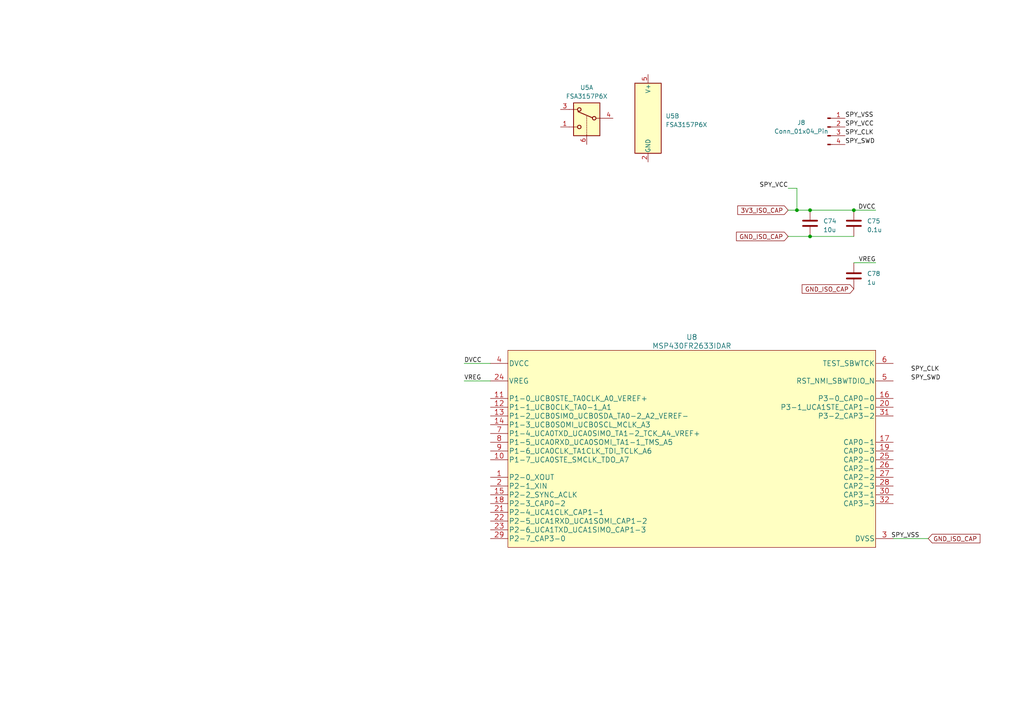
<source format=kicad_sch>
(kicad_sch (version 20230121) (generator eeschema)
  (paper "A4")
  (lib_symbols
    (symbol "2023-03-09_01-52-04:MSP430FR2633IDAR" (pin_names (offset 0.254))
      (property "Reference" "U" (at 0 34.544 0))
      (property "Value" "MSP430FR2633IDAR" (at 0 32.004 0))
      (symbol "MSP430FR2633IDAR_1_1"
        (rectangle (start -53.34 29.21) (end 53.34 -27.94) (fill (type background)))
        (pin bidirectional line (at -58.42 -7.62 0) (length 5.08) (name "P2-0_XOUT") (number "1"))
        (pin bidirectional line (at -58.42 -2.54 0) (length 5.08) (name "P1-7_UCA0STE_SMCLK_TDO_A7") (number "10"))
        (pin bidirectional line (at -58.42 15.24 0) (length 5.08) (name "P1-0_UCB0STE_TA0CLK_A0_VEREF+") (number "11"))
        (pin bidirectional line (at -58.42 12.7 0) (length 5.08) (name "P1-1_UCB0CLK_TA0-1_A1") (number "12"))
        (pin bidirectional line (at -58.42 10.16 0) (length 5.08) (name "P1-2_UCB0SIMO_UCB0SDA_TA0-2_A2_VEREF-") (number "13"))
        (pin bidirectional line (at -58.42 7.62 0) (length 5.08) (name "P1-3_UCB0SOMI_UCB0SCL_MCLK_A3") (number "14"))
        (pin bidirectional line (at -58.42 -12.7 0) (length 5.08) (name "P2-2_SYNC_ACLK") (number "15"))
        (pin bidirectional line (at 58.42 15.24 180) (length 5.08) (name "P3-0_CAP0-0") (number "16"))
        (pin unspecified line (at 58.42 2.54 180) (length 5.08) (name "CAP0-1") (number "17"))
        (pin bidirectional line (at -58.42 -15.24 0) (length 5.08) (name "P2-3_CAP0-2") (number "18"))
        (pin unspecified line (at 58.42 0 180) (length 5.08) (name "CAP0-3") (number "19"))
        (pin bidirectional line (at -58.42 -10.16 0) (length 5.08) (name "P2-1_XIN") (number "2"))
        (pin bidirectional line (at 58.42 12.7 180) (length 5.08) (name "P3-1_UCA1STE_CAP1-0") (number "20"))
        (pin bidirectional line (at -58.42 -17.78 0) (length 5.08) (name "P2-4_UCA1CLK_CAP1-1") (number "21"))
        (pin bidirectional line (at -58.42 -20.32 0) (length 5.08) (name "P2-5_UCA1RXD_UCA1SOMI_CAP1-2") (number "22"))
        (pin bidirectional line (at -58.42 -22.86 0) (length 5.08) (name "P2-6_UCA1TXD_UCA1SIMO_CAP1-3") (number "23"))
        (pin power_in line (at -58.42 20.32 0) (length 5.08) (name "VREG") (number "24"))
        (pin unspecified line (at 58.42 -2.54 180) (length 5.08) (name "CAP2-0") (number "25"))
        (pin unspecified line (at 58.42 -5.08 180) (length 5.08) (name "CAP2-1") (number "26"))
        (pin unspecified line (at 58.42 -7.62 180) (length 5.08) (name "CAP2-2") (number "27"))
        (pin unspecified line (at 58.42 -10.16 180) (length 5.08) (name "CAP2-3") (number "28"))
        (pin bidirectional line (at -58.42 -25.4 0) (length 5.08) (name "P2-7_CAP3-0") (number "29"))
        (pin power_in line (at 58.42 -25.4 180) (length 5.08) (name "DVSS") (number "3"))
        (pin unspecified line (at 58.42 -12.7 180) (length 5.08) (name "CAP3-1") (number "30"))
        (pin bidirectional line (at 58.42 10.16 180) (length 5.08) (name "P3-2_CAP3-2") (number "31"))
        (pin unspecified line (at 58.42 -15.24 180) (length 5.08) (name "CAP3-3") (number "32"))
        (pin power_in line (at -58.42 25.4 0) (length 5.08) (name "DVCC") (number "4"))
        (pin bidirectional line (at 58.42 20.32 180) (length 5.08) (name "RST_NMI_SBWTDIO_N") (number "5"))
        (pin input line (at 58.42 25.4 180) (length 5.08) (name "TEST_SBWTCK") (number "6"))
        (pin bidirectional line (at -58.42 5.08 0) (length 5.08) (name "P1-4_UCA0TXD_UCA0SIMO_TA1-2_TCK_A4_VREF+") (number "7"))
        (pin bidirectional line (at -58.42 2.54 0) (length 5.08) (name "P1-5_UCA0RXD_UCA0SOMI_TA1-1_TMS_A5") (number "8"))
        (pin bidirectional line (at -58.42 0 0) (length 5.08) (name "P1-6_UCA0CLK_TA1CLK_TDI_TCLK_A6") (number "9"))
      )
    )
    (symbol "Analog_Switch:FSA3157P6X" (pin_names (offset 0.127))
      (property "Reference" "U" (at -3.175 4.699 0))
      (property "Value" "FSA3157P6X" (at -3.175 2.921 0))
      (symbol "FSA3157P6X_1_1"
        (rectangle (start -3.81 1.905) (end 3.81 -7.62) (stroke (width 0.254)) (fill (type background)))
        (circle (center -2.159 -2.54) (radius 0.508) (stroke (width 0.254)))
        (polyline (pts (xy -5.08 -2.54) (xy -2.794 -2.54)))
        (polyline (pts (xy -1.651 -2.413) (xy 2.54 -0.635)) (stroke (width 0.254)))
        (polyline (pts (xy 0 -7.62) (xy 0 -7.112)))
        (polyline (pts (xy 0 -6.858) (xy 0 -6.604)))
        (polyline (pts (xy 0 -6.35) (xy 0 -6.096)))
        (polyline (pts (xy 0 -5.842) (xy 0 -5.588)))
        (polyline (pts (xy 0 -5.334) (xy 0 -5.08)))
        (polyline (pts (xy 0 -4.826) (xy 0 -4.572)))
        (polyline (pts (xy 0 -4.318) (xy 0 -4.064)))
        (polyline (pts (xy 0 -3.81) (xy 0 -3.556)))
        (polyline (pts (xy 0 -3.302) (xy 0 -3.048)))
        (polyline (pts (xy 0 -2.794) (xy 0 -2.54)))
        (polyline (pts (xy 0 -2.286) (xy 0 -2.032)))
        (polyline (pts (xy 0 -2.286) (xy 0 -2.032)))
        (polyline (pts (xy 5.08 -5.08) (xy 2.794 -5.08)))
        (polyline (pts (xy 5.08 0) (xy 2.794 0)))
        (circle (center 2.159 -5.08) (radius 0.508) (stroke (width 0.254)))
        (circle (center 2.159 0) (radius 0.508) (stroke (width 0.254)))
        (pin passive line (at 7.62 -5.08 180) (length 2.54) (name "~") (number "1"))
        (pin passive line (at 7.62 0 180) (length 2.54) (name "~") (number "3"))
        (pin passive line (at -7.62 -2.54 0) (length 2.54) (name "~") (number "4"))
        (pin input line (at 0 -10.16 90) (length 2.54) (name "~") (number "6"))
      )
      (symbol "FSA3157P6X_2_0"
        (pin power_in line (at 0 -12.7 90) (length 2.54) (name "GND") (number "2"))
        (pin power_in line (at 0 12.7 270) (length 2.54) (name "V+") (number "5"))
      )
      (symbol "FSA3157P6X_2_1"
        (rectangle (start -3.81 10.16) (end 3.81 -10.16) (stroke (width 0.254)) (fill (type background)))
      )
    )
    (symbol "Connector:Conn_01x04_Pin" (pin_names (offset 1.016) hide)
      (property "Reference" "J" (at 0 5.08 0))
      (property "Value" "Conn_01x04_Pin" (at 0 -7.62 0))
      (symbol "Conn_01x04_Pin_1_1"
        (polyline (pts (xy 1.27 -5.08) (xy 0.8636 -5.08)) (stroke (width 0.1524)))
        (polyline (pts (xy 1.27 -2.54) (xy 0.8636 -2.54)) (stroke (width 0.1524)))
        (polyline (pts (xy 1.27 0) (xy 0.8636 0)) (stroke (width 0.1524)))
        (polyline (pts (xy 1.27 2.54) (xy 0.8636 2.54)) (stroke (width 0.1524)))
        (rectangle (start 0.8636 -4.953) (end 0 -5.207) (stroke (width 0.1524)) (fill (type outline)))
        (rectangle (start 0.8636 -2.413) (end 0 -2.667) (stroke (width 0.1524)) (fill (type outline)))
        (rectangle (start 0.8636 0.127) (end 0 -0.127) (stroke (width 0.1524)) (fill (type outline)))
        (rectangle (start 0.8636 2.667) (end 0 2.413) (stroke (width 0.1524)) (fill (type outline)))
        (pin passive line (at 5.08 2.54 180) (length 3.81) (name "Pin_1") (number "1"))
        (pin passive line (at 5.08 0 180) (length 3.81) (name "Pin_2") (number "2"))
        (pin passive line (at 5.08 -2.54 180) (length 3.81) (name "Pin_3") (number "3"))
        (pin passive line (at 5.08 -5.08 180) (length 3.81) (name "Pin_4") (number "4"))
      )
    )
    (symbol "Device:C" (pin_numbers hide) (pin_names (offset 0.254))
      (property "Reference" "C" (at 0.635 2.54 0))
      (property "Value" "C" (at 0.635 -2.54 0))
      (symbol "C_0_1"
        (polyline (pts (xy -2.032 -0.762) (xy 2.032 -0.762)) (stroke (width 0.508)))
        (polyline (pts (xy -2.032 0.762) (xy 2.032 0.762)) (stroke (width 0.508)))
      )
      (symbol "C_1_1"
        (pin passive line (at 0 3.81 270) (length 2.794) (name "~") (number "1"))
        (pin passive line (at 0 -3.81 90) (length 2.794) (name "~") (number "2"))
      )
    )
  )
  (junction (at 231.14 60.96))
  (junction (at 247.65 60.96))
  (junction (at 234.95 60.96))
  (junction (at 234.95 68.58))
  (wire (pts (xy 259.08 156.21) (xy 269.24 156.21)))
  (wire (pts (xy 247.65 60.96) (xy 254 60.96)))
  (wire (pts (xy 228.6 68.58) (xy 234.95 68.58)))
  (wire (pts (xy 228.6 54.61) (xy 231.14 54.61)))
  (wire (pts (xy 234.95 60.96) (xy 247.65 60.96)))
  (wire (pts (xy 228.6 60.96) (xy 231.14 60.96)))
  (wire (pts (xy 247.65 76.2) (xy 254 76.2)))
  (wire (pts (xy 231.14 60.96) (xy 234.95 60.96)))
  (wire (pts (xy 134.62 105.41) (xy 142.24 105.41)))
  (wire (pts (xy 134.62 110.49) (xy 142.24 110.49)))
  (wire (pts (xy 234.95 68.58) (xy 247.65 68.58)))
  (wire (pts (xy 231.14 54.61) (xy 231.14 60.96)))
  (label "SPY_VSS" (at 266.7 156.21 180))
  (label "SPY_VCC" (at 245.11 36.83 0))
  (label "SPY_CLK" (at 264.16 107.95 0))
  (label "SPY_CLK" (at 245.11 39.37 0))
  (label "SPY_VCC" (at 228.6 54.61 180))
  (label "DVCC" (at 254 60.96 180))
  (label "VREG" (at 254 76.2 180))
  (label "SPY_SWD" (at 245.11 41.91 0))
  (label "VREG" (at 134.62 110.49 0))
  (label "DVCC" (at 134.62 105.41 0))
  (label "SPY_VSS" (at 245.11 34.29 0))
  (label "SPY_SWD" (at 264.16 110.49 0))
  (global_label "3V3_ISO_CAP" (shape input) (at 228.6 60.96 180) (property "Intersheetrefs" "${INTERSHEET_REFS}" (effects hide)))
  (global_label "GND_ISO_CAP" (shape input) (at 269.24 156.21 0) (property "Intersheetrefs" "${INTERSHEET_REFS}" (effects hide)))
  (global_label "GND_ISO_CAP" (shape input) (at 228.6 68.58 180) (property "Intersheetrefs" "${INTERSHEET_REFS}" (effects hide)))
  (global_label "GND_ISO_CAP" (shape input) (at 247.65 83.82 180) (property "Intersheetrefs" "${INTERSHEET_REFS}" (effects hide)))
  (symbol (lib_id "Connector:Conn_01x04_Pin") (at 240.03 36.83 0) (unit 1)
    (property "Reference" "J8" (at 232.41 35.56 0))
    (property "Value" "Conn_01x04_Pin" (at 232.41 38.1 0))
  )
  (symbol (lib_id "2023-03-09_01-52-04:MSP430FR2633IDAR") (at 200.66 130.81 0) (unit 1)
    (property "Reference" "U8" (at 200.66 97.79 0) (effects (font (size 1.524 1.524))))
    (property "Value" "MSP430FR2633IDAR" (at 200.66 100.33 0) (effects (font (size 1.524 1.524))))
    (property "Footprint" "DA0032A_N" (effects hide))
  )
  (symbol (lib_id "Device:C") (at 234.95 64.77 0) (unit 1)
    (property "Reference" "C74" (at 238.76 64.135 0) (effects (justify left)))
    (property "Value" "10u" (at 238.76 66.675 0) (effects (justify left)))
  )
  (symbol (lib_id "Device:C") (at 247.65 80.01 0) (unit 1)
    (property "Reference" "C78" (at 251.46 79.375 0) (effects (justify left)))
    (property "Value" "1u" (at 251.46 81.915 0) (effects (justify left)))
  )
  (symbol (lib_id "Analog_Switch:FSA3157P6X") (at 170.18 31.75 0) (mirror y) (unit 1)
    (property "Reference" "U5" (at 170.18 25.4 0))
    (property "Value" "FSA3157P6X" (at 170.18 27.94 0))
    (property "Footprint" "Package_TO_SOT_SMD:SOT-363_SC-70-6" (effects hide))
    (property "Datasheet" "https://www.onsemi.com/pub/Collateral/NC7SB3157-D.PDF" (effects hide))
  )
  (symbol (lib_id "Analog_Switch:FSA3157P6X") (at 187.96 34.29 0) (mirror y) (unit 2)
    (property "Reference" "U5" (at 193.04 33.655 0) (effects (justify right)))
    (property "Value" "FSA3157P6X" (at 193.04 36.195 0) (effects (justify right)))
    (property "Footprint" "Package_TO_SOT_SMD:SOT-363_SC-70-6" (effects hide))
    (property "Datasheet" "https://www.onsemi.com/pub/Collateral/NC7SB3157-D.PDF" (effects hide))
  )
  (symbol (lib_id "Device:C") (at 247.65 64.77 0) (unit 1)
    (property "Reference" "C75" (at 251.46 64.135 0) (effects (justify left)))
    (property "Value" "0.1u" (at 251.46 66.675 0) (effects (justify left)))
  )
)
</source>
